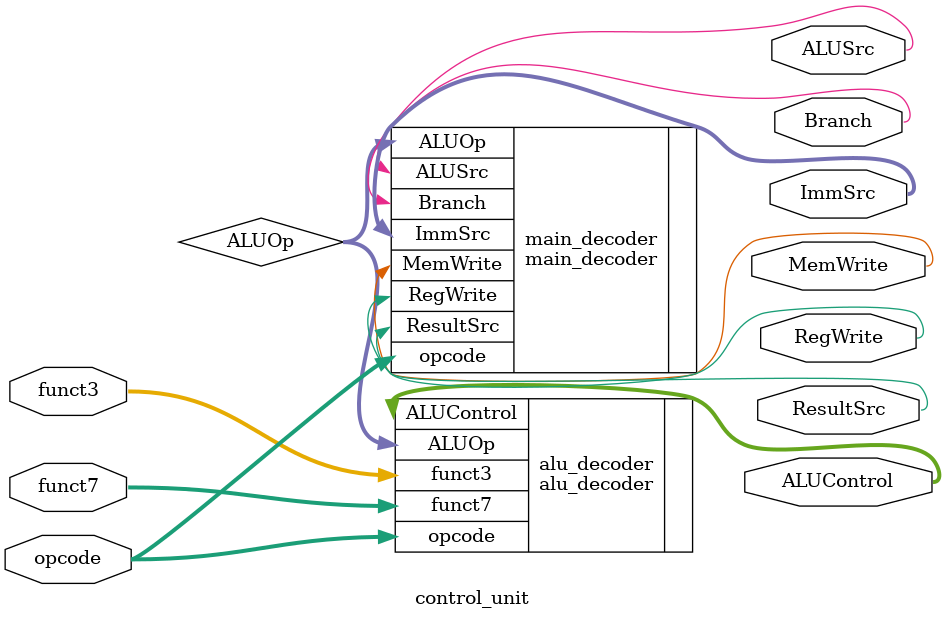
<source format=v>
`include "alu_decoder.v"
`include "main_decoder.v"

module control_unit(opcode,RegWrite,ImmSrc,ALUSrc,MemWrite,ResultSrc,Branch,funct3,funct7,ALUControl);

    input [6:0]opcode,funct7;
    input [2:0]funct3;
    output RegWrite,ALUSrc,MemWrite,ResultSrc,Branch;
    output [1:0]ImmSrc;
    output [2:0]ALUControl;

    wire [1:0]ALUOp;

    main_decoder main_decoder(
                .opcode(opcode),
                .RegWrite(RegWrite),
                .ImmSrc(ImmSrc),
                .MemWrite(MemWrite),
                .ResultSrc(ResultSrc),
                .Branch(Branch),
                .ALUSrc(ALUSrc),
                .ALUOp(ALUOp)
    );

    alu_decoder alu_decoder(
                            .ALUOp(ALUOp),
                            .funct3(funct3),
                            .funct7(funct7),
                            .opcode(opcode),
                            .ALUControl(ALUControl)
    );


endmodule
</source>
